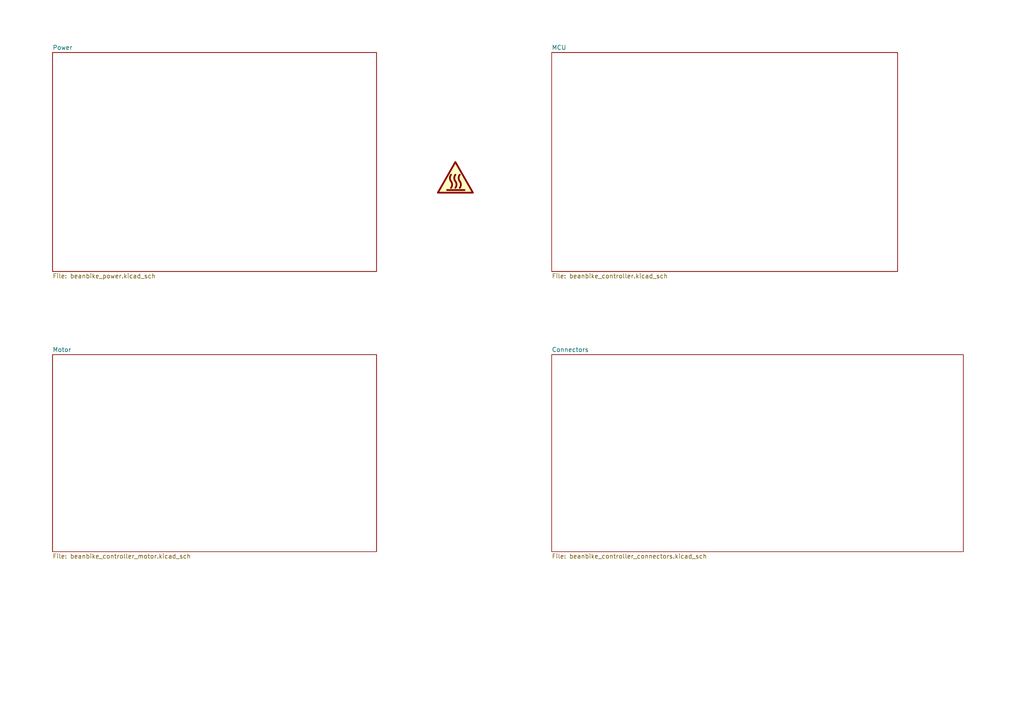
<source format=kicad_sch>
(kicad_sch (version 20250114) (generator "eeschema") (generator_version "9.0")
  (paper "A4")
  (title_block (title "BeanBike Controller") (date "2025-10-08") (rev "3") (company "Ginobeano"))
  (lib_symbols
    (symbol "Graphic:SYM_Hot_Large" (on_board no)
      (symbol "SYM_Hot_Large_0_1"
        (polyline (pts (xy -5.08 -5.08) (xy 5.08 -5.08) (xy 0 3.81) (xy -5.08 -5.08)) (stroke (width 0.508)) (fill (type background)))
        (arc (start -1.27 -1.778) (mid -0.9449 -2.7305) (end -1.27 -3.683) (stroke (width 0.508)))
        (polyline (pts (xy -2.413 -4.318) (xy 2.667 -4.318)) (stroke (width 0.508)))
        (arc (start 0 -1.778) (mid 0.3251 -2.7305) (end 0 -3.683) (stroke (width 0.508)))
        (arc (start -1.27 -1.778) (mid -1.5951 -0.8255) (end -1.27 0.127) (stroke (width 0.508)))
        (arc (start 1.27 -1.778) (mid 1.5951 -2.7305) (end 1.27 -3.683) (stroke (width 0.508)))
        (arc (start 0 -1.778) (mid -0.3251 -0.8255) (end 0 0.127) (stroke (width 0.508)))
        (arc (start 1.27 -1.778) (mid 0.9449 -0.8255) (end 1.27 0.127) (stroke (width 0.508)))
      )
    )
  )
  (symbol (lib_id "Graphic:SYM_Hot_Large") (at 132.08 50.8 0) (unit 1) (on_board no)
    (property "Reference" "#SYM1" (effects (hide yes)))
    (property "Value" "SYM_Hot_Large" (effects (hide yes)))
    (property "Description" "Hot surface warning symbol, large" (effects (hide yes)))
    (property "Sim.Enable" "0" (effects (hide yes)))
  )
  (sheet (at 15.24 102.87) (size 93.98 57.15) (stroke (width 0.1524))
    (property "Sheetname" "Motor" (at 15.24 102.1584 0) (effects (justify left bottom)))
    (property "Sheetfile" "beanbike_controller_motor.kicad_sch" (at 15.24 160.6046 0) (effects (justify left top)))
  )
  (sheet (at 160.02 102.87) (size 119.38 57.15) (stroke (width 0.1524))
    (property "Sheetname" "Connectors" (at 160.02 102.1584 0) (effects (justify left bottom)))
    (property "Sheetfile" "beanbike_controller_connectors.kicad_sch" (at 160.02 160.6046 0) (effects (justify left top)))
  )
  (sheet (at 160.02 15.24) (size 100.33 63.5) (stroke (width 0.1524))
    (property "Sheetname" "MCU" (at 160.02 14.5284 0) (effects (justify left bottom)))
    (property "Sheetfile" "beanbike_controller.kicad_sch" (at 160.02 79.3246 0) (effects (justify left top)))
  )
  (sheet (at 15.24 15.24) (size 93.98 63.5) (stroke (width 0.1524))
    (property "Sheetname" "Power" (at 15.24 14.5284 0) (effects (justify left bottom)))
    (property "Sheetfile" "beanbike_power.kicad_sch" (at 15.24 79.3246 0) (effects (justify left top)))
  )
)
</source>
